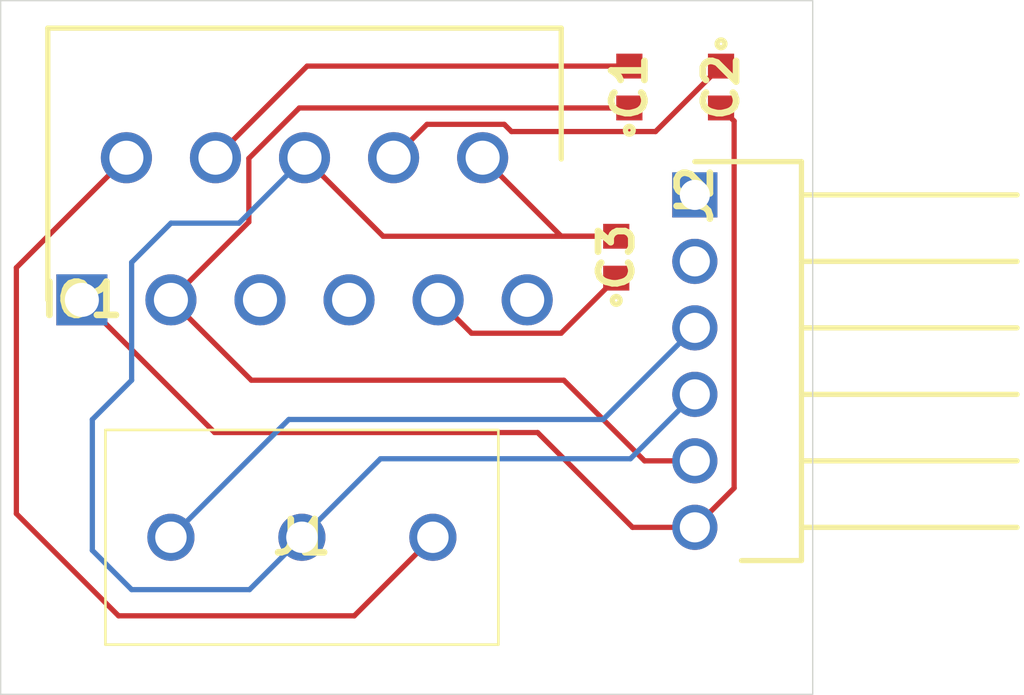
<source format=kicad_pcb>
(kicad_pcb (version 20240108) (generator "pcbnew") (generator_version "8.0")
  (layers (0 "F.Cu" signal) (31 "B.Cu" signal) (34 "B.Paste" user) (35 "F.Paste" user) (36 "B.SilkS" user "B.Silkscreen") (37 "F.SilkS" user "F.Silkscreen") (38 "B.Mask" user) (39 "F.Mask" user) (44 "Edge.Cuts" user))
  (net 0 "")
  (net 2 "OUT1")
  (net 3 "GND")
  (net 5 "VCC")
  (net 7 "OUT2")
  (net 8 "+5V")
  (net 11 "Net-(IC1-BOOT1)")
  (net 12 "Net-(IC1-BOOT2)")
  (net 13 "Net-(IC1-VREF)")
  (footprint "15nF:C0603" (layer "F.Cu") (at 157.5 88.8 90)
    (property "Reference" "C1" (at 0 0 90) (layer "F.SilkS") (effects (font (size 1.27 1.27) (thickness 0.254))))
    (property "Value" "C0603X153K5RACTU" (hide yes))
    (fp_circle (center -1.65 0) (end -1.65 0.05) (stroke (width 0.2)) (fill none) (layer "F.SilkS"))
    (pad "1" smd rect (at -0.8 0 90) (size 0.95 1) (layers "F.Cu" "F.Paste" "F.Mask") (net 2 "OUT1"))
    (pad "2" smd rect (at 0.8 0 90) (size 0.95 1) (layers "F.Cu" "F.Paste" "F.Mask") (net 11 "Net-(IC1-BOOT1)"))
  )
  (footprint "15nF:C0603" (layer "F.Cu") (at 157 95.3 90)
    (property "Reference" "C3" (at 0 0 90) (layer "F.SilkS") (effects (font (size 1.27 1.27) (thickness 0.254))))
    (property "Value" "C0603X153K5RACTU" (hide yes))
    (fp_circle (center -1.65 0) (end -1.65 0.05) (stroke (width 0.2)) (fill none) (layer "F.SilkS"))
    (pad "1" smd rect (at -0.8 0 90) (size 0.95 1) (layers "F.Cu" "F.Paste" "F.Mask") (net 13 "Net-(IC1-VREF)"))
    (pad "2" smd rect (at 0.8 0 90) (size 0.95 1) (layers "F.Cu" "F.Paste" "F.Mask") (net 3 "GND"))
  )
  (footprint "Bornier3:2828363" (layer "F.Cu") (at 140 106)
    (property "Reference" "J1" (at 5 0 0) (layer "F.SilkS") (effects (font (size 1.27 1.27) (thickness 0.254))))
    (property "Value" "282836-3" (hide yes))
    (fp_line (start -2.5 -4.1) (end -2.5 4.1) (stroke (width 0.1)) (layer "F.SilkS"))
    (fp_line (start -2.5 4.1) (end 12.5 4.1) (stroke (width 0.1)) (layer "F.SilkS"))
    (fp_line (start 12.5 -4.1) (end -2.5 -4.1) (stroke (width 0.1)) (layer "F.SilkS"))
    (fp_line (start 12.5 4.1) (end 12.5 -4.1) (stroke (width 0.1)) (layer "F.SilkS"))
    (pad "1" thru_hole circle (at 0 0) (size 1.8 1.8) (drill 1.2) (layers "*.Cu" "*.Mask") (net 8 "+5V"))
    (pad "2" thru_hole circle (at 5 0) (size 1.8 1.8) (drill 1.2) (layers "*.Cu" "*.Mask") (net 3 "GND"))
    (pad "3" thru_hole circle (at 10 0) (size 1.8 1.8) (drill 1.2) (layers "*.Cu" "*.Mask") (net 5 "VCC"))
  )
  (footprint "L6203:TO170P500X1960X2210-11P" (layer "F.Cu") (at 136.6 96.93)
    (property "Reference" "IC1" (at 0 0 0) (layer "F.SilkS") (effects (font (size 1.27 1.27) (thickness 0.254))))
    (property "Value" "L6203" (hide yes))
    (fp_line (start -1.3 -10.38) (end -1.3 0) (stroke (width 0.2)) (layer "F.SilkS"))
    (fp_line (start 18.3 -10.38) (end -1.3 -10.38) (stroke (width 0.2)) (layer "F.SilkS"))
    (fp_line (start 18.3 -5.38) (end 18.3 -10.38) (stroke (width 0.2)) (layer "F.SilkS"))
    (pad "1" thru_hole rect (at 0 0) (size 1.95 1.95) (drill 1.3) (layers "*.Cu" "*.Mask") (net 7 "OUT2"))
    (pad "2" thru_hole circle (at 1.7 -5.43) (size 1.95 1.95) (drill 1.3) (layers "*.Cu" "*.Mask") (net 5 "VCC"))
    (pad "3" thru_hole circle (at 3.4 0) (size 1.95 1.95) (drill 1.3) (layers "*.Cu" "*.Mask") (net 2 "OUT1"))
    (pad "4" thru_hole circle (at 5.1 -5.43) (size 1.95 1.95) (drill 1.3) (layers "*.Cu" "*.Mask") (net 11 "Net-(IC1-BOOT1)"))
    (pad "5" thru_hole circle (at 6.8 0) (size 1.95 1.95) (drill 1.3) (layers "*.Cu" "*.Mask"))
    (pad "6" thru_hole circle (at 8.5 -5.43) (size 1.95 1.95) (drill 1.3) (layers "*.Cu" "*.Mask") (net 3 "GND"))
    (pad "7" thru_hole circle (at 10.2 0) (size 1.95 1.95) (drill 1.3) (layers "*.Cu" "*.Mask"))
    (pad "8" thru_hole circle (at 11.9 -5.43) (size 1.95 1.95) (drill 1.3) (layers "*.Cu" "*.Mask") (net 12 "Net-(IC1-BOOT2)"))
    (pad "9" thru_hole circle (at 13.6 0) (size 1.95 1.95) (drill 1.3) (layers "*.Cu" "*.Mask") (net 13 "Net-(IC1-VREF)"))
    (pad "10" thru_hole circle (at 15.3 -5.43) (size 1.95 1.95) (drill 1.3) (layers "*.Cu" "*.Mask") (net 3 "GND"))
    (pad "11" thru_hole circle (at 17 0) (size 1.95 1.95) (drill 1.3) (layers "*.Cu" "*.Mask"))
  )
  (footprint "6header:HDRRA6W66P0X254_1X6_1524X229X249P" (layer "F.Cu") (at 160 92.92 -90)
    (property "Reference" "J2" (at 0 0 -90) (layer "F.SilkS") (effects (font (size 1.27 1.27) (thickness 0.254))))
    (property "Value" "22-28-8063" (hide yes))
    (fp_line (start -1.27 0) (end -1.27 -4.07) (stroke (width 0.2)) (layer "F.SilkS"))
    (fp_line (start -1.27 -4.07) (end 13.97 -4.07) (stroke (width 0.2)) (layer "F.SilkS"))
    (fp_line (start 0 -4.07) (end 0 -12.3) (stroke (width 0.2)) (layer "F.SilkS"))
    (fp_line (start 2.54 -4.07) (end 2.54 -12.3) (stroke (width 0.2)) (layer "F.SilkS"))
    (fp_line (start 5.08 -4.07) (end 5.08 -12.3) (stroke (width 0.2)) (layer "F.SilkS"))
    (fp_line (start 7.62 -4.07) (end 7.62 -12.3) (stroke (width 0.2)) (layer "F.SilkS"))
    (fp_line (start 10.16 -4.07) (end 10.16 -12.3) (stroke (width 0.2)) (layer "F.SilkS"))
    (fp_line (start 12.7 -4.07) (end 12.7 -12.3) (stroke (width 0.2)) (layer "F.SilkS"))
    (fp_line (start 13.97 -4.07) (end 13.97 -1.78) (stroke (width 0.2)) (layer "F.SilkS"))
    (pad "1" thru_hole rect (at 0 0 270) (size 1.725 1.725) (drill 1.15) (layers "*.Cu" "*.Mask"))
    (pad "2" thru_hole circle (at 2.54 0 270) (size 1.725 1.725) (drill 1.15) (layers "*.Cu" "*.Mask"))
    (pad "3" thru_hole circle (at 5.08 0 270) (size 1.725 1.725) (drill 1.15) (layers "*.Cu" "*.Mask") (net 8 "+5V"))
    (pad "4" thru_hole circle (at 7.62 0 270) (size 1.725 1.725) (drill 1.15) (layers "*.Cu" "*.Mask") (net 3 "GND"))
    (pad "5" thru_hole circle (at 10.16 0 270) (size 1.725 1.725) (drill 1.15) (layers "*.Cu" "*.Mask") (net 2 "OUT1"))
    (pad "6" thru_hole circle (at 12.7 0 270) (size 1.725 1.725) (drill 1.15) (layers "*.Cu" "*.Mask") (net 7 "OUT2"))
  )
  (footprint "15nF:C0603" (layer "F.Cu") (at 161 88.8 -90)
    (property "Reference" "C2" (at 0 0 -90) (layer "F.SilkS") (effects (font (size 1.27 1.27) (thickness 0.254))))
    (property "Value" "C0603X153K5RACTU" (hide yes))
    (fp_circle (center -1.65 0) (end -1.65 0.05) (stroke (width 0.2)) (fill none) (layer "F.SilkS"))
    (pad "1" smd rect (at -0.8 0 270) (size 0.95 1) (layers "F.Cu" "F.Paste" "F.Mask") (net 12 "Net-(IC1-BOOT2)"))
    (pad "2" smd rect (at 0.8 0 270) (size 0.95 1) (layers "F.Cu" "F.Paste" "F.Mask") (net 7 "OUT2"))
  )
  (gr_rect (start 133.5 85.5) (end 164.5 112) (stroke (width 0.05)) (fill none) (layer "Edge.Cuts"))
  (segment (start 142.975 91.525) (end 142.975 93.955) (width 0.2) (layer "F.Cu") (net 2))
  (segment (start 143.07 100) (end 140 96.93) (width 0.2) (layer "F.Cu") (net 2))
  (segment (start 160 103.08) (end 158.08 103.08) (width 0.2) (layer "F.Cu") (net 2))
  (segment (start 157.5 89.6) (end 144.9 89.6) (width 0.2) (layer "F.Cu") (net 2))
  (segment (start 155 100) (end 143.07 100) (width 0.2) (layer "F.Cu") (net 2))
  (segment (start 158.08 103.08) (end 155 100) (width 0.2) (layer "F.Cu") (net 2))
  (segment (start 142.975 93.955) (end 140 96.93) (width 0.2) (layer "F.Cu") (net 2))
  (segment (start 144.9 89.6) (end 142.975 91.525) (width 0.2) (layer "F.Cu") (net 2))
  (segment (start 157 94.5) (end 154.9 94.5) (width 0.2) (layer "F.Cu") (net 3))
  (segment (start 154.9 94.5) (end 151.9 91.5) (width 0.2) (layer "F.Cu") (net 3))
  (segment (start 148.1 94.5) (end 145.1 91.5) (width 0.2) (layer "F.Cu") (net 3))
  (segment (start 157 94.5) (end 148.1 94.5) (width 0.2) (layer "F.Cu") (net 3))
  (segment (start 143 108) (end 138.5 108) (width 0.2) (layer "B.Cu") (net 3))
  (segment (start 142.6 94) (end 145.1 91.5) (width 0.2) (layer "B.Cu") (net 3))
  (segment (start 140 94) (end 142.6 94) (width 0.2) (layer "B.Cu") (net 3))
  (segment (start 137 106.5) (end 137 101.5) (width 0.2) (layer "B.Cu") (net 3))
  (segment (start 157.54 103) (end 160 100.54) (width 0.2) (layer "B.Cu") (net 3))
  (segment (start 138.5 95.5) (end 140 94) (width 0.2) (layer "B.Cu") (net 3))
  (segment (start 138.5 100) (end 138.5 95.5) (width 0.2) (layer "B.Cu") (net 3))
  (segment (start 148 103) (end 157.54 103) (width 0.2) (layer "B.Cu") (net 3))
  (segment (start 137 101.5) (end 138.5 100) (width 0.2) (layer "B.Cu") (net 3))
  (segment (start 138.5 108) (end 137 106.5) (width 0.2) (layer "B.Cu") (net 3))
  (segment (start 145 106) (end 143 108) (width 0.2) (layer "B.Cu") (net 3))
  (segment (start 145 106) (end 148 103) (width 0.2) (layer "B.Cu") (net 3))
  (segment (start 134.1 95.7) (end 138.3 91.5) (width 0.2) (layer "F.Cu") (net 5))
  (segment (start 147 109) (end 138 109) (width 0.2) (layer "F.Cu") (net 5))
  (segment (start 134.1 105.1) (end 134.1 95.7) (width 0.2) (layer "F.Cu") (net 5))
  (segment (start 150 106) (end 147 109) (width 0.2) (layer "F.Cu") (net 5))
  (segment (start 138 109) (end 134.1 105.1) (width 0.2) (layer "F.Cu") (net 5))
  (segment (start 141.67 102) (end 136.6 96.93) (width 0.2) (layer "F.Cu") (net 7))
  (segment (start 161.5 104.12) (end 160 105.62) (width 0.2) (layer "F.Cu") (net 7))
  (segment (start 161 89.6) (end 161.5 90.1) (width 0.2) (layer "F.Cu") (net 7))
  (segment (start 161.5 90.1) (end 161.5 104.12) (width 0.2) (layer "F.Cu") (net 7))
  (segment (start 154 102) (end 141.67 102) (width 0.2) (layer "F.Cu") (net 7))
  (segment (start 157.62 105.62) (end 154 102) (width 0.2) (layer "F.Cu") (net 7))
  (segment (start 160 105.62) (end 157.62 105.62) (width 0.2) (layer "F.Cu") (net 7))
  (segment (start 140 106) (end 144.5 101.5) (width 0.2) (layer "B.Cu") (net 8))
  (segment (start 156.5 101.5) (end 160 98) (width 0.2) (layer "B.Cu") (net 8))
  (segment (start 144.5 101.5) (end 156.5 101.5) (width 0.2) (layer "B.Cu") (net 8))
  (segment (start 157.5 88) (end 145.2 88) (width 0.2) (layer "F.Cu") (net 11))
  (segment (start 145.2 88) (end 141.7 91.5) (width 0.2) (layer "F.Cu") (net 11))
  (segment (start 158.5 90.5) (end 153 90.5) (width 0.2) (layer "F.Cu") (net 12))
  (segment (start 152.725 90.225) (end 149.775 90.225) (width 0.2) (layer "F.Cu") (net 12))
  (segment (start 149.775 90.225) (end 148.5 91.5) (width 0.2) (layer "F.Cu") (net 12))
  (segment (start 161 88) (end 158.5 90.5) (width 0.2) (layer "F.Cu") (net 12))
  (segment (start 153 90.5) (end 152.725 90.225) (width 0.2) (layer "F.Cu") (net 12))
  (segment (start 151.475 98.205) (end 150.2 96.93) (width 0.2) (layer "F.Cu") (net 13))
  (segment (start 157 96.1) (end 154.895 98.205) (width 0.2) (layer "F.Cu") (net 13))
  (segment (start 154.895 98.205) (end 151.475 98.205) (width 0.2) (layer "F.Cu") (net 13))
)
</source>
